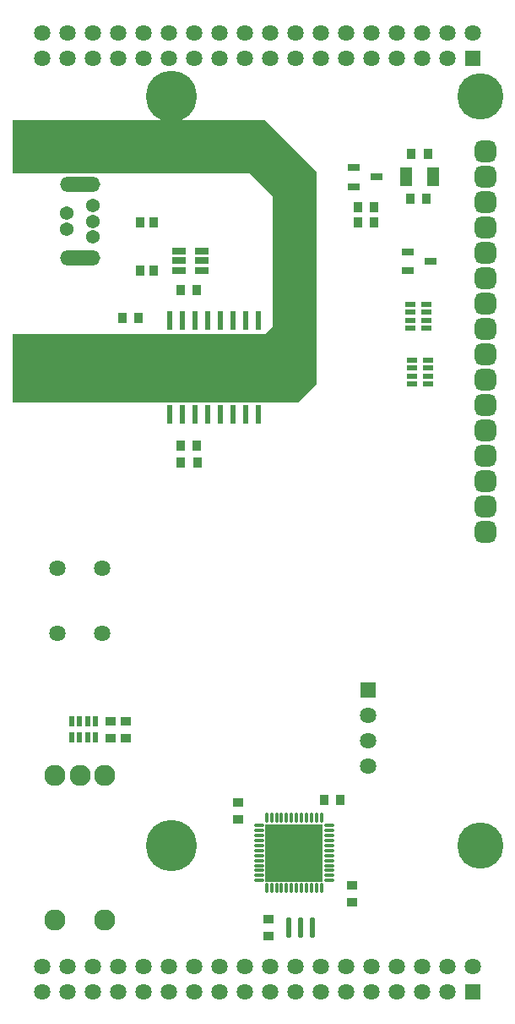
<source format=gbs>
G04*
G04 #@! TF.GenerationSoftware,Altium Limited,Altium Designer,22.4.2 (48)*
G04*
G04 Layer_Color=16711935*
%FSLAX25Y25*%
%MOIN*%
G70*
G04*
G04 #@! TF.SameCoordinates,5D1A3173-D847-458D-9732-A4640AA2F51D*
G04*
G04*
G04 #@! TF.FilePolarity,Negative*
G04*
G01*
G75*
%ADD12C,0.08374*%
%ADD13C,0.18217*%
G04:AMPARAMS|DCode=14|XSize=83.74mil|YSize=83.74mil|CornerRadius=22.19mil|HoleSize=0mil|Usage=FLASHONLY|Rotation=270.000|XOffset=0mil|YOffset=0mil|HoleType=Round|Shape=RoundedRectangle|*
%AMROUNDEDRECTD14*
21,1,0.08374,0.03937,0,0,270.0*
21,1,0.03937,0.08374,0,0,270.0*
1,1,0.04437,-0.01968,-0.01968*
1,1,0.04437,-0.01968,0.01968*
1,1,0.04437,0.01968,0.01968*
1,1,0.04437,0.01968,-0.01968*
%
%ADD14ROUNDEDRECTD14*%
%ADD15C,0.20185*%
%ADD16C,0.06406*%
%ADD17R,0.06406X0.06406*%
%ADD18C,0.05421*%
%ADD19O,0.15854X0.06012*%
%ADD20R,0.06406X0.06406*%
%ADD46R,0.02197X0.07756*%
%ADD49R,0.03650X0.04043*%
%ADD50R,0.22547X0.22547*%
%ADD51O,0.03847X0.01484*%
%ADD52O,0.01484X0.03847*%
%ADD53R,0.04043X0.03650*%
%ADD54R,0.02272X0.03847*%
%ADD55R,0.03847X0.02272*%
%ADD56R,0.04831X0.07193*%
%ADD57R,0.04634X0.02862*%
G04:AMPARAMS|DCode=58|XSize=20.75mil|YSize=79.8mil|CornerRadius=6.44mil|HoleSize=0mil|Usage=FLASHONLY|Rotation=0.000|XOffset=0mil|YOffset=0mil|HoleType=Round|Shape=RoundedRectangle|*
%AMROUNDEDRECTD58*
21,1,0.02075,0.06693,0,0,0.0*
21,1,0.00787,0.07980,0,0,0.0*
1,1,0.01287,0.00394,-0.03347*
1,1,0.01287,-0.00394,-0.03347*
1,1,0.01287,-0.00394,0.03347*
1,1,0.01287,0.00394,0.03347*
%
%ADD58ROUNDEDRECTD58*%
%ADD59R,0.05224X0.02862*%
G36*
X121748Y-62748D02*
Y-146248D01*
X114248Y-153748D01*
X1529Y-153748D01*
Y-126748D01*
X101248D01*
X104248Y-123748D01*
Y-72248D01*
X95248Y-63248D01*
X1529D01*
Y-42248D01*
X101248D01*
X121748Y-62748D01*
D02*
G37*
D12*
X28201Y-300646D02*
D03*
X38043D02*
D03*
X18358D02*
D03*
X38043Y-357732D02*
D03*
X18358D02*
D03*
D13*
X186279Y-33094D02*
D03*
Y-328370D02*
D03*
D14*
X188248Y-174748D02*
D03*
Y-184748D02*
D03*
Y-194748D02*
D03*
Y-204748D02*
D03*
Y-54748D02*
D03*
Y-64748D02*
D03*
Y-74748D02*
D03*
Y-84748D02*
D03*
Y-94748D02*
D03*
Y-104748D02*
D03*
Y-114748D02*
D03*
Y-124748D02*
D03*
Y-134748D02*
D03*
Y-144748D02*
D03*
Y-154748D02*
D03*
Y-164748D02*
D03*
D15*
X64232Y-328370D02*
D03*
Y-33094D02*
D03*
D16*
X19342Y-244543D02*
D03*
Y-218953D02*
D03*
X37059Y-244543D02*
D03*
Y-218953D02*
D03*
X142000Y-277000D02*
D03*
Y-287000D02*
D03*
Y-297000D02*
D03*
X13425Y-7874D02*
D03*
Y-17874D02*
D03*
X23425Y-7874D02*
D03*
Y-17874D02*
D03*
X33425Y-7874D02*
D03*
Y-17874D02*
D03*
X43425Y-7874D02*
D03*
Y-17874D02*
D03*
X53425Y-7874D02*
D03*
Y-17874D02*
D03*
X63425Y-7874D02*
D03*
Y-17874D02*
D03*
X73425Y-7874D02*
D03*
Y-17874D02*
D03*
X83425Y-7874D02*
D03*
Y-17874D02*
D03*
X93425Y-7874D02*
D03*
Y-17874D02*
D03*
X103425Y-7874D02*
D03*
Y-17874D02*
D03*
X113425Y-7874D02*
D03*
Y-17874D02*
D03*
X123425Y-7874D02*
D03*
Y-17874D02*
D03*
X133425Y-7874D02*
D03*
Y-17874D02*
D03*
X143425Y-7874D02*
D03*
Y-17874D02*
D03*
X153425Y-7874D02*
D03*
Y-17874D02*
D03*
X163425Y-7874D02*
D03*
Y-17874D02*
D03*
X173425Y-7874D02*
D03*
Y-17874D02*
D03*
X183425Y-7874D02*
D03*
X13425Y-375827D02*
D03*
Y-385827D02*
D03*
X23425Y-375827D02*
D03*
Y-385827D02*
D03*
X33425Y-375827D02*
D03*
Y-385827D02*
D03*
X43425Y-375827D02*
D03*
Y-385827D02*
D03*
X53425Y-375827D02*
D03*
Y-385827D02*
D03*
X63425Y-375827D02*
D03*
Y-385827D02*
D03*
X73425Y-375827D02*
D03*
Y-385827D02*
D03*
X83425Y-375827D02*
D03*
Y-385827D02*
D03*
X93425Y-375827D02*
D03*
Y-385827D02*
D03*
X103425Y-375827D02*
D03*
Y-385827D02*
D03*
X113425Y-375827D02*
D03*
Y-385827D02*
D03*
X123425Y-375827D02*
D03*
Y-385827D02*
D03*
X133425Y-375827D02*
D03*
Y-385827D02*
D03*
X143425Y-375827D02*
D03*
Y-385827D02*
D03*
X153425Y-375827D02*
D03*
Y-385827D02*
D03*
X163425Y-375827D02*
D03*
Y-385827D02*
D03*
X173425Y-375827D02*
D03*
Y-385827D02*
D03*
X183425Y-375827D02*
D03*
D17*
X142000Y-267000D02*
D03*
D18*
X33319Y-75842D02*
D03*
Y-82142D02*
D03*
X23083Y-85291D02*
D03*
Y-78992D02*
D03*
X33319Y-88441D02*
D03*
D19*
X28201Y-96512D02*
D03*
Y-67772D02*
D03*
D20*
X183425Y-17874D02*
D03*
Y-385827D02*
D03*
D46*
X63748Y-158148D02*
D03*
X68748D02*
D03*
X73748D02*
D03*
X78748D02*
D03*
X83748D02*
D03*
X88748D02*
D03*
X93748D02*
D03*
X98748D02*
D03*
Y-121248D02*
D03*
X93748D02*
D03*
X88748D02*
D03*
X83748D02*
D03*
X78748D02*
D03*
X73748D02*
D03*
X68748D02*
D03*
X63748D02*
D03*
D49*
X68020Y-177248D02*
D03*
X74555Y-177287D02*
D03*
X137941Y-82709D02*
D03*
X144476Y-82748D02*
D03*
X137941Y-76709D02*
D03*
X144476Y-76748D02*
D03*
X67941Y-109209D02*
D03*
X74476Y-109248D02*
D03*
X165055Y-73287D02*
D03*
X158520Y-73248D02*
D03*
X165555Y-55787D02*
D03*
X159020Y-55748D02*
D03*
X131055Y-310287D02*
D03*
X124520Y-310248D02*
D03*
X67941Y-170709D02*
D03*
X74476Y-170748D02*
D03*
X44941Y-120209D02*
D03*
X51476Y-120248D02*
D03*
X57504Y-101748D02*
D03*
X51992D02*
D03*
X57504Y-82748D02*
D03*
X51992D02*
D03*
D50*
X112748Y-331248D02*
D03*
D51*
X126528Y-342075D02*
D03*
Y-340106D02*
D03*
Y-338138D02*
D03*
Y-336169D02*
D03*
Y-334201D02*
D03*
Y-332232D02*
D03*
Y-330264D02*
D03*
Y-328295D02*
D03*
Y-326327D02*
D03*
Y-324358D02*
D03*
Y-322390D02*
D03*
Y-320421D02*
D03*
X98968D02*
D03*
Y-322390D02*
D03*
Y-324358D02*
D03*
Y-326327D02*
D03*
Y-328295D02*
D03*
Y-330264D02*
D03*
Y-332232D02*
D03*
Y-334201D02*
D03*
Y-336169D02*
D03*
Y-338138D02*
D03*
Y-340106D02*
D03*
Y-342075D02*
D03*
D52*
X123575Y-317469D02*
D03*
X121606D02*
D03*
X119638D02*
D03*
X117669D02*
D03*
X115701D02*
D03*
X113732D02*
D03*
X111764D02*
D03*
X109795D02*
D03*
X107827D02*
D03*
X105858D02*
D03*
X103890D02*
D03*
X101921D02*
D03*
Y-345028D02*
D03*
X103890D02*
D03*
X105858D02*
D03*
X107827D02*
D03*
X109795D02*
D03*
X111764D02*
D03*
X113732D02*
D03*
X115701D02*
D03*
X117669D02*
D03*
X119638D02*
D03*
X121606D02*
D03*
X123575D02*
D03*
D53*
X46248Y-285976D02*
D03*
X46287Y-279441D02*
D03*
X40248Y-285976D02*
D03*
X40287Y-279441D02*
D03*
X135748Y-344020D02*
D03*
X135709Y-350555D02*
D03*
X102748Y-363976D02*
D03*
X102787Y-357441D02*
D03*
X90787Y-311441D02*
D03*
X90748Y-317976D02*
D03*
D54*
X24949Y-279248D02*
D03*
X28098D02*
D03*
X34398D02*
D03*
X31248D02*
D03*
Y-285547D02*
D03*
X34398D02*
D03*
X28098D02*
D03*
X24949D02*
D03*
D55*
X165547Y-146398D02*
D03*
Y-143248D02*
D03*
Y-136949D02*
D03*
Y-140098D02*
D03*
X159248D02*
D03*
Y-136949D02*
D03*
Y-143248D02*
D03*
Y-146398D02*
D03*
X165047Y-124398D02*
D03*
Y-121248D02*
D03*
Y-114949D02*
D03*
Y-118098D02*
D03*
X158748D02*
D03*
Y-114949D02*
D03*
Y-121248D02*
D03*
Y-124398D02*
D03*
D56*
X156933Y-64748D02*
D03*
X167563D02*
D03*
D57*
X136221Y-68488D02*
D03*
Y-61008D02*
D03*
X145276Y-64748D02*
D03*
X157748Y-101748D02*
D03*
Y-94268D02*
D03*
X166803Y-98008D02*
D03*
D58*
X119972Y-360748D02*
D03*
X115248D02*
D03*
X110524D02*
D03*
D59*
X67220Y-101488D02*
D03*
Y-97748D02*
D03*
Y-94008D02*
D03*
X76276D02*
D03*
Y-97748D02*
D03*
Y-101488D02*
D03*
M02*

</source>
